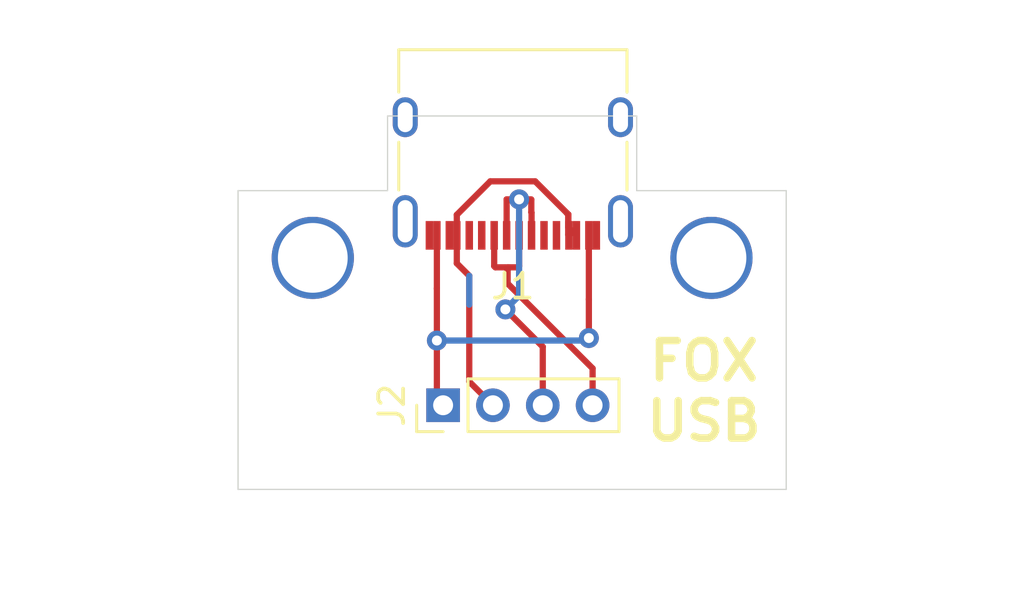
<source format=kicad_pcb>
(kicad_pcb (version 20211014) (generator pcbnew)
  (layers (0 "F.Cu" signal) (31 "B.Cu" signal) (34 "B.Paste" user) (35 "F.Paste" user) (36 "B.SilkS" user "B.Silkscreen") (37 "F.SilkS" user "F.Silkscreen") (38 "B.Mask" user) (39 "F.Mask" user) (44 "Edge.Cuts" user))
  (net 0 "")
  (net 2 "Net-(J1-PadA1)")
  (net 3 "Net-(J1-PadA4)")
  (net 4 "unconnected-(J1-PadA5)")
  (net 6 "Net-(J1-PadA6)")
  (net 7 "Net-(J1-PadA7)")
  (footprint "MountingHole:MountingHole_2.2mm_M2_DIN965" (layer "F.Cu") (at 97 55.7)
    (fp_text reference "REF**" hide)
    (fp_text value "MountingHole_2.2mm_M2_DIN965")
    (pad "" np_thru_hole circle locked (at 0 0) (size 3.3 3.3) (drill 2.8) (layers F&B.Cu *.Mask))
  )
  (footprint "MountingHole:MountingHole_2.2mm_M2_DIN965" (layer "F.Cu") (at 113 55.7)
    (fp_text reference "REF**" hide)
    (fp_text value "MountingHole_2.2mm_M2_DIN965")
    (pad "" np_thru_hole circle locked (at 0 0 4) (size 3.3 3.3) (drill 2.8) (layers F&B.Cu *.Mask))
  )
  (footprint "Connector_PinHeader_2.00mm:PinHeader_1x04_P2.00mm_Vertical" (layer "F.Cu") (at 102.23 61.62 90)
    (fp_text reference "J2" (at 0 -2.06 90) (layer "F.SilkS"))
    (fp_text value "Conn_01x04_Female")
    (fp_line (start -1.06 1) (end -1.06 7.06) (layer "F.SilkS") (width 0.12))
    (fp_line (start 1.06 1) (end 1.06 7.06) (layer "F.SilkS") (width 0.12))
    (fp_line (start -1.06 7.06) (end 1.06 7.06) (layer "F.SilkS") (width 0.12))
    (fp_line (start -1.06 1) (end 1.06 1) (layer "F.SilkS") (width 0.12))
    (fp_line (start -1.06 0) (end -1.06 -1.06) (layer "F.SilkS") (width 0.12))
    (fp_line (start -1.06 -1.06) (end 0 -1.06) (layer "F.SilkS") (width 0.12))
    (pad "1" thru_hole rect (at 0 0 90) (size 1.35 1.35) (drill 0.8) (layers *.Cu *.Mask) (net 2 "Net-(J1-PadA1)"))
    (pad "2" thru_hole oval (at 0 2 90) (size 1.35 1.35) (drill 0.8) (layers *.Cu *.Mask) (net 3 "Net-(J1-PadA4)"))
    (pad "3" thru_hole oval (at 0 4 90) (size 1.35 1.35) (drill 0.8) (layers *.Cu *.Mask) (net 7 "Net-(J1-PadA7)"))
    (pad "4" thru_hole oval (at 0 6 90) (size 1.35 1.35) (drill 0.8) (layers *.Cu *.Mask) (net 6 "Net-(J1-PadA6)"))
  )
  (footprint "usb:USB_C_Receptacle_XKB_U262-16XN-4BVC11" (layer "F.Cu") (at 105.03 51.125 180)
    (fp_text reference "J1" (at 0 -5.715) (layer "F.SilkS"))
    (fp_text value "USB_C_Receptacle_USB2.0")
    (fp_line (start -4.58 -1.85) (end -4.58 0.07) (layer "F.SilkS") (width 0.12))
    (fp_line (start 4.58 2.08) (end 4.58 3.785) (layer "F.SilkS") (width 0.12))
    (fp_line (start 4.58 3.785) (end -4.58 3.785) (layer "F.SilkS") (width 0.12))
    (fp_line (start 4.58 0.07) (end 4.58 -1.85) (layer "F.SilkS") (width 0.12))
    (fp_line (start -4.58 3.785) (end -4.58 2.08) (layer "F.SilkS") (width 0.12))
    (pad "" np_thru_hole circle locked (at 2.89 -2.605 180) (size 0.65 0.65) (drill 0.65) (layers *.Cu *.Mask))
    (pad "" np_thru_hole circle locked (at -2.89 -2.605 180) (size 0.65 0.65) (drill 0.65) (layers *.Cu *.Mask))
    (pad "A1" smd rect locked (at -3.35 -3.67 180) (size 0.3 1.15) (layers "F.Cu" "F.Paste" "F.Mask") (net 2 "Net-(J1-PadA1)"))
    (pad "A4" smd rect locked (at -2.55 -3.67 180) (size 0.3 1.15) (layers "F.Cu" "F.Paste" "F.Mask") (net 3 "Net-(J1-PadA4)"))
    (pad "A5" smd rect locked (at -1.25 -3.67 180) (size 0.3 1.15) (layers "F.Cu" "F.Paste" "F.Mask") (net 4 "unconnected-(J1-PadA5)"))
    (pad "A6" smd rect locked (at -0.25 -3.67 180) (size 0.3 1.15) (layers "F.Cu" "F.Paste" "F.Mask") (net 6 "Net-(J1-PadA6)"))
    (pad "A7" smd rect locked (at 0.25 -3.67 180) (size 0.3 1.15) (layers "F.Cu" "F.Paste" "F.Mask") (net 7 "Net-(J1-PadA7)"))
    (pad "A8" smd rect locked (at 1.25 -3.67 180) (size 0.3 1.15) (layers "F.Cu" "F.Paste" "F.Mask"))
    (pad "A9" smd rect locked (at 2.55 -3.67 180) (size 0.3 1.15) (layers "F.Cu" "F.Paste" "F.Mask") (net 3 "Net-(J1-PadA4)"))
    (pad "A12" smd rect locked (at 3.35 -3.67 180) (size 0.3 1.15) (layers "F.Cu" "F.Paste" "F.Mask") (net 2 "Net-(J1-PadA1)"))
    (pad "B1" smd rect locked (at 3.05 -3.67 180) (size 0.3 1.15) (layers "F.Cu" "F.Paste" "F.Mask") (net 2 "Net-(J1-PadA1)"))
    (pad "B4" smd rect locked (at 2.25 -3.67 180) (size 0.3 1.15) (layers "F.Cu" "F.Paste" "F.Mask") (net 3 "Net-(J1-PadA4)"))
    (pad "B5" smd rect locked (at 1.75 -3.67 180) (size 0.3 1.15) (layers "F.Cu" "F.Paste" "F.Mask"))
    (pad "B6" smd rect locked (at 0.75 -3.67 180) (size 0.3 1.15) (layers "F.Cu" "F.Paste" "F.Mask") (net 6 "Net-(J1-PadA6)"))
    (pad "B7" smd rect locked (at -0.75 -3.67 180) (size 0.3 1.15) (layers "F.Cu" "F.Paste" "F.Mask") (net 7 "Net-(J1-PadA7)"))
    (pad "B8" smd rect locked (at -1.75 -3.67 180) (size 0.3 1.15) (layers "F.Cu" "F.Paste" "F.Mask"))
    (pad "B9" smd rect locked (at -2.25 -3.67 180) (size 0.3 1.15) (layers "F.Cu" "F.Paste" "F.Mask") (net 3 "Net-(J1-PadA4)"))
    (pad "B12" smd rect locked (at -3.05 -3.67 180) (size 0.3 1.15) (layers "F.Cu" "F.Paste" "F.Mask") (net 2 "Net-(J1-PadA1)"))
    (pad "S1" thru_hole oval locked (at -4.32 1.075 180) (size 1 1.6) (drill oval 0.6 1.2) (layers *.Cu *.Mask))
    (pad "S1" thru_hole oval locked (at -4.32 -3.105 180) (size 1 2.1) (drill oval 0.6 1.7) (layers *.Cu *.Mask))
    (pad "S1" thru_hole oval locked (at 4.32 1.075 180) (size 1 1.6) (drill oval 0.6 1.2) (layers *.Cu *.Mask))
    (pad "S1" thru_hole oval locked (at 4.32 -3.105 180) (size 1 2.1) (drill oval 0.6 1.7) (layers *.Cu *.Mask))
  )
  (gr_line (start 116 65) (end 94 65) (layer "Edge.Cuts") (width 0.05))
  (gr_line (start 116 53) (end 116 65) (layer "Edge.Cuts") (width 0.05))
  (gr_line (start 100 50) (end 110 50) (layer "Edge.Cuts") (width 0.05))
  (gr_line (start 100 53) (end 94 53) (layer "Edge.Cuts") (width 0.05))
  (gr_line (start 110 50) (end 110 53) (layer "Edge.Cuts") (width 0.05))
  (gr_line (start 94 53) (end 94 65) (layer "Edge.Cuts") (width 0.05))
  (gr_line (start 110 53) (end 116 53) (layer "Edge.Cuts") (width 0.05))
  (gr_line (start 100 50) (end 100 53) (layer "Edge.Cuts") (width 0.05))
  (gr_text "FOX\nUSB" (at 112.7 61.05) (layer "F.SilkS") (effects (font (size 1.5 1.5) (thickness 0.3))))
  (segment (start 108.08 57.362798) (end 108.08 58.92) (width 0.25) (layer "F.Cu") (net 2))
  (segment (start 101.98 56.93) (end 101.98 59.02) (width 0.25) (layer "F.Cu") (net 2))
  (segment (start 101.98 54.795) (end 101.98 56.93) (width 0.25) (layer "F.Cu") (net 2))
  (segment (start 108.08 54.795) (end 108.08 57.362798) (width 0.25) (layer "F.Cu") (net 2))
  (segment (start 101.98 59.02) (end 101.98 61.37) (width 0.25) (layer "F.Cu") (net 2))
  (segment (start 101.98 61.37) (end 102.23 61.62) (width 0.25) (layer "F.Cu") (net 2))
  (via (at 108.08 58.92) (size 0.8) (drill 0.4) (layers "F.Cu" "B.Cu") (net 2))
  (via (at 101.98 59.02) (size 0.8) (drill 0.4) (layers "F.Cu" "B.Cu") (net 2))
  (segment (start 101.98 59.02) (end 107.98 59.02) (width 0.25) (layer "B.Cu") (net 2))
  (segment (start 102.033601 58.966399) (end 101.98 59.02) (width 0.25) (layer "B.Cu") (net 2))
  (segment (start 107.98 59.02) (end 108.08 58.92) (width 0.25) (layer "B.Cu") (net 2))
  (segment (start 102.78 55.92) (end 103.28 56.42) (width 0.25) (layer "F.Cu") (net 3))
  (segment (start 102.78 53.97) (end 104.125 52.625) (width 0.25) (layer "F.Cu") (net 3))
  (segment (start 107.255001 53.955002) (end 107.255001 54.770001) (width 0.25) (layer "F.Cu") (net 3))
  (segment (start 107.255001 54.470001) (end 107.255001 53.959999) (width 0.25) (layer "F.Cu") (net 3))
  (segment (start 102.78 54.795) (end 102.78 55.92) (width 0.25) (layer "F.Cu") (net 3))
  (segment (start 105.924999 52.625) (end 107.255001 53.955002) (width 0.25) (layer "F.Cu") (net 3))
  (segment (start 103.28 60.67) (end 104.23 61.62) (width 0.25) (layer "F.Cu") (net 3))
  (segment (start 107.255001 53.959999) (end 107.190001 53.894999) (width 0.25) (layer "F.Cu") (net 3))
  (segment (start 103.28 56.42) (end 103.28 60.67) (width 0.25) (layer "F.Cu") (net 3))
  (segment (start 107.58 54.795) (end 107.255001 54.470001) (width 0.25) (layer "F.Cu") (net 3))
  (segment (start 102.78 54.795) (end 102.78 53.97) (width 0.25) (layer "F.Cu") (net 3))
  (segment (start 107.255001 54.770001) (end 107.28 54.795) (width 0.25) (layer "F.Cu") (net 3))
  (segment (start 104.125 52.625) (end 105.924999 52.625) (width 0.25) (layer "F.Cu") (net 3))
  (segment (start 103.28 57.58) (end 103.28 56.42) (width 0.25) (layer "B.Cu") (net 4))
  (segment (start 105.28 56.03) (end 105.28 54.795) (width 0.25) (layer "F.Cu") (net 6))
  (segment (start 104.28 56.03) (end 104.33 56.08) (width 0.25) (layer "F.Cu") (net 6))
  (segment (start 104.72 56.08) (end 104.82 56.08) (width 0.25) (layer "F.Cu") (net 6))
  (segment (start 108.23 60.14) (end 108.23 61.62) (width 0.25) (layer "F.Cu") (net 6))
  (segment (start 104.33 56.08) (end 104.72 56.08) (width 0.25) (layer "F.Cu") (net 6))
  (segment (start 104.82 56.08) (end 104.82 56.73) (width 0.25) (layer "F.Cu") (net 6))
  (segment (start 104.82 56.08) (end 105.23 56.08) (width 0.25) (layer "F.Cu") (net 6))
  (segment (start 104.28 54.795) (end 104.28 56.03) (width 0.25) (layer "F.Cu") (net 6))
  (segment (start 104.82 56.73) (end 108.23 60.14) (width 0.25) (layer "F.Cu") (net 6))
  (segment (start 105.23 56.08) (end 105.28 56.03) (width 0.25) (layer "F.Cu") (net 6))
  (segment (start 104.82 56.08) (end 104.904695 56.08) (width 0.25) (layer "F.Cu") (net 6))
  (segment (start 105.77 53.36) (end 105.76 53.35) (width 0.25) (layer "F.Cu") (net 7))
  (segment (start 105.76 53.35) (end 105.28 53.35) (width 0.25) (layer "F.Cu") (net 7))
  (segment (start 105.12 53.35) (end 105.25 53.35) (width 0.25) (layer "F.Cu") (net 7))
  (segment (start 104.97 53.35) (end 105.12 53.35) (width 0.25) (layer "F.Cu") (net 7))
  (segment (start 105.77 53.87) (end 105.77 53.36) (width 0.25) (layer "F.Cu") (net 7))
  (segment (start 104.73 57.77) (end 106.23 59.27) (width 0.25) (layer "F.Cu") (net 7))
  (segment (start 105.28 53.35) (end 104.97 53.35) (width 0.25) (layer "F.Cu") (net 7))
  (segment (start 105.78 53.88) (end 105.77 53.87) (width 0.25) (layer "F.Cu") (net 7))
  (segment (start 104.78 54.795) (end 104.78 53.35) (width 0.25) (layer "F.Cu") (net 7))
  (segment (start 104.78 53.35) (end 104.97 53.35) (width 0.25) (layer "F.Cu") (net 7))
  (segment (start 105.78 53.88) (end 105.78 54.795) (width 0.25) (layer "F.Cu") (net 7))
  (segment (start 106.23 59.27) (end 106.23 61.62) (width 0.25) (layer "F.Cu") (net 7))
  (via (at 104.73 57.77) (size 0.8) (drill 0.4) (layers "F.Cu" "B.Cu") (net 7))
  (via (at 105.28 53.35) (size 0.8) (drill 0.4) (layers "F.Cu" "B.Cu") (net 7))
  (segment (start 104.73 57.77) (end 105.28 57.22) (width 0.25) (layer "B.Cu") (net 7))
  (segment (start 105.28 57.22) (end 105.28 53.35) (width 0.25) (layer "B.Cu") (net 7))
)
</source>
